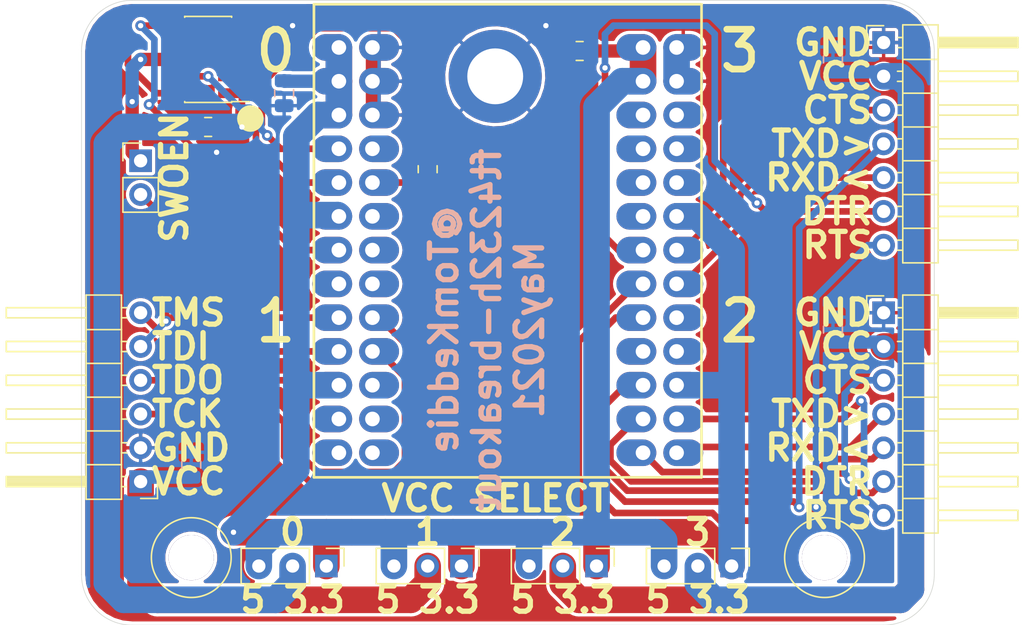
<source format=kicad_pcb>
(kicad_pcb (version 20171130) (host pcbnew 5.1.7-a382d34a8~88~ubuntu20.04.1)
  (title_block (date 2021-06-05) (rev Jun2021))
  (layers (0 F.Cu signal) (31 B.Cu signal) (34 B.Paste user) (35 F.Paste user) (36 B.SilkS user) (37 F.SilkS user) (38 B.Mask user) (39 F.Mask user) (44 Edge.Cuts user))
  (net 0 "")
  (net 1 +5V)
  (net 2 GND)
  (net 3 +3V3)
  (net 4 /VCC-C)
  (net 5 /VCC-B)
  (net 6 /VCC-A)
  (net 7 /VCC-D)
  (net 8 /RST-A)
  (net 9 /TDO-A)
  (net 10 /TCK-A)
  (net 11 /TDI-A)
  (net 12 /RTS-D)
  (net 13 /DTR-D)
  (net 14 /RXD-D)
  (net 15 /TXD-D)
  (net 16 /CTS-D)
  (net 17 /RTS-C)
  (net 18 /DTR-C)
  (net 19 /RXD-C)
  (net 20 /TXD-C)
  (net 21 /CTS-C)
  (net 22 /TMS-B)
  (net 23 /TDI-B)
  (net 24 /TDO-B)
  (net 25 /TCK-B)
  (net 26 "Net-(X1-Pad2-26)")
  (net 27 "Net-(X1-Pad3-19)")
  (net 28 "Net-(X1-Pad3-18)")
  (net 29 "Net-(X1-Pad2-24)")
  (net 30 "Net-(X1-Pad2-22)")
  (net 31 "Net-(X1-Pad3-20)")
  (net 32 "Net-(X1-Pad2-23)")
  (net 33 "Net-(X1-Pad3-11)")
  (net 34 "Net-(X1-Pad3-10)")
  (net 35 "Net-(X1-Pad2-14)")
  (net 36 "Net-(X1-Pad3-9)")
  (net 37 "Net-(X1-Pad2-16)")
  (net 38 /TMS-A)
  (net 39 "Net-(X1-Pad2-15)")
  (net 40 "Net-(X1-Pad3-8)")
  (net 41 "Net-(X1-Pad3-7)")
  (net 42 "Net-(X1-Pad3-6)")
  (net 43 "Net-(X1-Pad3-5)")
  (net 44 "Net-(X1-Pad2-8)")
  (net 45 /SWO)
  (net 46 "Net-(X1-Pad2-25)")
  (module tom-mechanical:STUD_SOLDER_SMTSO_M3 (layer B.Cu) (at 99.06 87.63)
    (fp_text reference TP1 hide)
    (fp_text value TestPoint)
    (pad 1 thru_hole circle (at 0 0) (size 7 7) (drill 4.2) (layers *.Cu *.Mask) (net 2 GND))
  )
  (module tom-passives:R_0805_2012Metric (layer F.Cu) (at 93.98 94.615 90)
    (fp_text reference R1 hide)
    (fp_text value 330R hide)
    (pad 2 smd roundrect (at 0.9375 0 90) (size 0.975 1.4) (layers F.Cu F.Paste F.Mask) (net 9 /TDO-A))
    (pad 1 smd roundrect (at -0.9375 0 90) (size 0.975 1.4) (layers F.Cu F.Paste F.Mask) (net 11 /TDI-A))
  )
  (module tom-connectors:PinHeader_1x02_P2.54mm_Vertical (layer F.Cu) (at 72.39 93.98)
    (fp_text reference J9 hide)
    (fp_text value Conn_01x02 hide)
    (pad 2 thru_hole oval (at 0 2.54) (size 1.7 1.7) (drill 1) (layers *.Cu *.Mask) (net 23 /TDI-B))
    (pad 1 thru_hole rect (at 0 0) (size 1.7 1.7) (drill 1) (layers *.Cu *.Mask) (net 45 /SWO))
  )
  (module tom-connectors:PinHeader_2x05_P1.27mm_Vertical_SMD (layer F.Cu) (at 77.47 86.36 180)
    (fp_text reference J5 hide)
    (fp_text value Conn_02x05_SWD hide)
    (pad 10 smd rect (at 1.95 2.54 180) (size 2.4 0.74) (layers F.Cu F.Paste F.Mask) (net 8 /RST-A))
    (pad 9 smd rect (at -1.95 2.54 180) (size 2.4 0.74) (layers F.Cu F.Paste F.Mask) (net 2 GND))
    (pad 8 smd rect (at 1.95 1.27 180) (size 2.4 0.74) (layers F.Cu F.Paste F.Mask))
    (pad 7 smd rect (at -1.95 1.27 180) (size 2.4 0.74) (layers F.Cu F.Paste F.Mask))
    (pad 6 smd rect (at 1.95 0 180) (size 2.4 0.74) (layers F.Cu F.Paste F.Mask) (net 45 /SWO))
    (pad 5 smd rect (at -1.95 0 180) (size 2.4 0.74) (layers F.Cu F.Paste F.Mask) (net 2 GND))
    (pad 4 smd rect (at 1.95 -1.27 180) (size 2.4 0.74) (layers F.Cu F.Paste F.Mask) (net 10 /TCK-A))
    (pad 3 smd rect (at -1.95 -1.27 180) (size 2.4 0.74) (layers F.Cu F.Paste F.Mask) (net 2 GND))
    (pad 2 smd rect (at 1.95 -2.54 180) (size 2.4 0.74) (layers F.Cu F.Paste F.Mask) (net 9 /TDO-A))
    (pad 1 smd rect (at -1.95 -2.54 180) (size 2.4 0.74) (layers F.Cu F.Paste F.Mask) (net 6 /VCC-A))
  )
  (module tom-modules:FT4232H-MODULE (layer F.Cu) (at 100 100 270)
    (fp_text reference X1 hide)
    (fp_text value FT4232H-MODULE hide)
    (pad 2-26 thru_hole oval (at 15.94 10.175 90) (size 2 3) (drill 1.1 (offset 0 0.5)) (layers *.Cu *.Mask) (net 26 "Net-(X1-Pad2-26)"))
    (pad 3-22 thru_hole oval (at 10.86 -12.7 90) (size 2 3) (drill 1.1 (offset 0 0.5)) (layers *.Cu *.Mask) (net 3 +3V3))
    (pad 2-20 thru_hole oval (at 8.32 10.175 90) (size 2 3) (drill 1.1 (offset 0 0.5)) (layers *.Cu *.Mask) (net 24 /TDO-B))
    (pad 3-26 thru_hole oval (at 15.94 -12.7 90) (size 2 3) (drill 1.1 (offset 0 0.5)) (layers *.Cu *.Mask) (net 20 /TXD-C))
    (pad 3-25 thru_hole oval (at 15.94 -10.175 270) (size 2 3) (drill 1.1 (offset 0 0.5)) (layers *.Cu *.Mask) (net 19 /RXD-C))
    (pad 3-21 thru_hole oval (at 10.86 -10.175 270) (size 2 3) (drill 1.1 (offset 0 0.5)) (layers *.Cu *.Mask) (net 18 /DTR-C))
    (pad 2-25 thru_hole oval (at 15.94 12.7 270) (size 2 3) (drill 1.1 (offset 0 0.5)) (layers *.Cu *.Mask) (net 46 "Net-(X1-Pad2-25)"))
    (pad 2-18 thru_hole oval (at 5.78 10.175 90) (size 2 3) (drill 1.1 (offset 0 0.5)) (layers *.Cu *.Mask) (net 25 /TCK-B))
    (pad 3-23 thru_hole oval (at 13.4 -10.175 270) (size 2 3) (drill 1.1 (offset 0 0.5)) (layers *.Cu *.Mask) (net 21 /CTS-C))
    (pad 3-19 thru_hole oval (at 8.32 -10.175 270) (size 2 3) (drill 1.1 (offset 0 0.5)) (layers *.Cu *.Mask) (net 27 "Net-(X1-Pad3-19)"))
    (pad 3-18 thru_hole oval (at 5.78 -12.7 90) (size 2 3) (drill 1.1 (offset 0 0.5)) (layers *.Cu *.Mask) (net 28 "Net-(X1-Pad3-18)"))
    (pad 3-17 thru_hole oval (at 5.78 -10.175 270) (size 2 3) (drill 1.1 (offset 0 0.5)) (layers *.Cu *.Mask) (net 15 /TXD-D))
    (pad 2-24 thru_hole oval (at 13.4 10.175 90) (size 2 3) (drill 1.1 (offset 0 0.5)) (layers *.Cu *.Mask) (net 29 "Net-(X1-Pad2-24)"))
    (pad 2-17 thru_hole oval (at 5.78 12.7 270) (size 2 3) (drill 1.1 (offset 0 0.5)) (layers *.Cu *.Mask) (net 23 /TDI-B))
    (pad 3-24 thru_hole oval (at 13.4 -12.7 90) (size 2 3) (drill 1.1 (offset 0 0.5)) (layers *.Cu *.Mask) (net 17 /RTS-C))
    (pad 2-22 thru_hole oval (at 10.86 10.175 90) (size 2 3) (drill 1.1 (offset 0 0.5)) (layers *.Cu *.Mask) (net 30 "Net-(X1-Pad2-22)"))
    (pad 2-19 thru_hole oval (at 8.32 12.7 270) (size 2 3) (drill 1.1 (offset 0 0.5)) (layers *.Cu *.Mask) (net 22 /TMS-B))
    (pad 2-21 thru_hole oval (at 10.86 12.7 270) (size 2 3) (drill 1.1 (offset 0 0.5)) (layers *.Cu *.Mask) (net 3 +3V3))
    (pad 3-20 thru_hole oval (at 8.32 -12.7 90) (size 2 3) (drill 1.1 (offset 0 0.5)) (layers *.Cu *.Mask) (net 31 "Net-(X1-Pad3-20)"))
    (pad 2-23 thru_hole oval (at 13.4 12.7 270) (size 2 3) (drill 1.1 (offset 0 0.5)) (layers *.Cu *.Mask) (net 32 "Net-(X1-Pad2-23)"))
    (pad 3-12 thru_hole oval (at -1.84 -12.7 90) (size 2 3) (drill 1.1 (offset 0 0.5)) (layers *.Cu *.Mask) (net 3 +3V3))
    (pad 3-11 thru_hole oval (at -1.84 -10.175 270) (size 2 3) (drill 1.1 (offset 0 0.5)) (layers *.Cu *.Mask) (net 33 "Net-(X1-Pad3-11)"))
    (pad 2-13 thru_hole oval (at 0.7 12.7 270) (size 2 3) (drill 1.1 (offset 0 0.5)) (layers *.Cu *.Mask) (net 8 /RST-A))
    (pad 3-10 thru_hole oval (at -4.38 -12.7 90) (size 2 3) (drill 1.1 (offset 0 0.5)) (layers *.Cu *.Mask) (net 34 "Net-(X1-Pad3-10)"))
    (pad 3-13 thru_hole oval (at 0.7 -10.175 270) (size 2 3) (drill 1.1 (offset 0 0.5)) (layers *.Cu *.Mask) (net 13 /DTR-D))
    (pad 2-14 thru_hole oval (at 0.7 10.175 90) (size 2 3) (drill 1.1 (offset 0 0.5)) (layers *.Cu *.Mask) (net 35 "Net-(X1-Pad2-14)"))
    (pad 2-9 thru_hole oval (at -4.38 12.7 270) (size 2 3) (drill 1.1 (offset 0 0.5)) (layers *.Cu *.Mask) (net 9 /TDO-A))
    (pad 3-9 thru_hole oval (at -4.38 -10.175 270) (size 2 3) (drill 1.1 (offset 0 0.5)) (layers *.Cu *.Mask) (net 36 "Net-(X1-Pad3-9)"))
    (pad 3-14 thru_hole oval (at 0.7 -12.7 90) (size 2 3) (drill 1.1 (offset 0 0.5)) (layers *.Cu *.Mask) (net 16 /CTS-D))
    (pad 2-10 thru_hole oval (at -4.38 10.175 90) (size 2 3) (drill 1.1 (offset 0 0.5)) (layers *.Cu *.Mask) (net 11 /TDI-A))
    (pad 2-16 thru_hole oval (at 3.24 10.175 90) (size 2 3) (drill 1.1 (offset 0 0.5)) (layers *.Cu *.Mask) (net 37 "Net-(X1-Pad2-16)"))
    (pad 3-16 thru_hole oval (at 3.24 -12.7 90) (size 2 3) (drill 1.1 (offset 0 0.5)) (layers *.Cu *.Mask) (net 14 /RXD-D))
    (pad 2-12 thru_hole oval (at -1.84 10.175 90) (size 2 3) (drill 1.1 (offset 0 0.5)) (layers *.Cu *.Mask) (net 38 /TMS-A))
    (pad 3-15 thru_hole oval (at 3.24 -10.175 270) (size 2 3) (drill 1.1 (offset 0 0.5)) (layers *.Cu *.Mask) (net 12 /RTS-D))
    (pad 2-15 thru_hole oval (at 3.24 12.7 270) (size 2 3) (drill 1.1 (offset 0 0.5)) (layers *.Cu *.Mask) (net 39 "Net-(X1-Pad2-15)"))
    (pad 2-11 thru_hole oval (at -1.84 12.7 270) (size 2 3) (drill 1.1 (offset 0 0.5)) (layers *.Cu *.Mask) (net 3 +3V3))
    (pad 3-8 thru_hole oval (at -6.92 -12.7 90) (size 2 3) (drill 1.1 (offset 0 0.5)) (layers *.Cu *.Mask) (net 40 "Net-(X1-Pad3-8)"))
    (pad 3-7 thru_hole oval (at -6.92 -10.175 270) (size 2 3) (drill 1.1 (offset 0 0.5)) (layers *.Cu *.Mask) (net 41 "Net-(X1-Pad3-7)"))
    (pad 3-6 thru_hole oval (at -9.46 -12.7 90) (size 2 3) (drill 1.1 (offset 0 0.5)) (layers *.Cu *.Mask) (net 42 "Net-(X1-Pad3-6)"))
    (pad 2-5 thru_hole oval (at -9.46 12.7 270) (size 2 3) (drill 1.1 (offset 0 0.5)) (layers *.Cu *.Mask) (net 3 +3V3))
    (pad 3-5 thru_hole oval (at -9.46 -10.175 270) (size 2 3) (drill 1.1 (offset 0 0.5)) (layers *.Cu *.Mask) (net 43 "Net-(X1-Pad3-5)"))
    (pad 2-6 thru_hole oval (at -9.46 10.175 90) (size 2 3) (drill 1.1 (offset 0 0.5)) (layers *.Cu *.Mask) (net 2 GND))
    (pad 2-8 thru_hole oval (at -6.92 10.175 90) (size 2 3) (drill 1.1 (offset 0 0.5)) (layers *.Cu *.Mask) (net 44 "Net-(X1-Pad2-8)"))
    (pad 2-7 thru_hole oval (at -6.92 12.7 270) (size 2 3) (drill 1.1 (offset 0 0.5)) (layers *.Cu *.Mask) (net 10 /TCK-A))
    (pad 3-4 thru_hole oval (at -12 -12.7 90) (size 2 3) (drill 1.1 (offset 0 0.5)) (layers *.Cu *.Mask) (net 2 GND))
    (pad 2-3 thru_hole oval (at -12 12.7 270) (size 2 3) (drill 1.1 (offset 0 0.5)) (layers *.Cu *.Mask) (net 3 +3V3))
    (pad 3-3 thru_hole oval (at -12 -10.175 270) (size 2 3) (drill 1.1 (offset 0 0.5)) (layers *.Cu *.Mask) (net 1 +5V))
    (pad 2-4 thru_hole oval (at -12 10.175 90) (size 2 3) (drill 1.1 (offset 0 0.5)) (layers *.Cu *.Mask) (net 2 GND))
    (pad 2-1 thru_hole oval (at -14.54 12.7 270) (size 2 3) (drill 1.1 (offset 0 0.5)) (layers *.Cu *.Mask) (net 3 +3V3))
    (pad 3-2 thru_hole oval (at -14.54 -12.7 90) (size 2 3) (drill 1.1 (offset 0 0.5)) (layers *.Cu *.Mask) (net 2 GND))
    (pad 2-2 thru_hole oval (at -14.54 10.175 90) (size 2 3) (drill 1.1 (offset 0 0.5)) (layers *.Cu *.Mask) (net 2 GND))
    (pad 3-1 thru_hole oval (at -14.54 -10.175 270) (size 2 3) (drill 1.1 (offset 0 0.5)) (layers *.Cu *.Mask) (net 1 +5V))
  )
  (module tom-connectors:PinHeader_1x06_P2.54mm_Horizontal (layer F.Cu) (at 72.39 118.11 180)
    (fp_text reference J8 hide)
    (fp_text value Conn_01x06 hide)
    (pad 6 thru_hole oval (at 0 12.7 180) (size 1.7 1.7) (drill 1) (layers *.Cu *.Mask) (net 22 /TMS-B))
    (pad 5 thru_hole oval (at 0 10.16 180) (size 1.7 1.7) (drill 1) (layers *.Cu *.Mask) (net 23 /TDI-B))
    (pad 4 thru_hole oval (at 0 7.62 180) (size 1.7 1.7) (drill 1) (layers *.Cu *.Mask) (net 24 /TDO-B))
    (pad 3 thru_hole oval (at 0 5.08 180) (size 1.7 1.7) (drill 1) (layers *.Cu *.Mask) (net 25 /TCK-B))
    (pad 2 thru_hole oval (at 0 2.54 180) (size 1.7 1.7) (drill 1) (layers *.Cu *.Mask) (net 2 GND))
    (pad 1 thru_hole rect (at 0 0 180) (size 1.7 1.7) (drill 1) (layers *.Cu *.Mask) (net 5 /VCC-B))
  )
  (module tom-connectors:PinHeader_1x07_P2.54mm_Horizontal (layer F.Cu) (at 128.27 105.41)
    (fp_text reference J7 hide)
    (fp_text value Conn_01x07 hide)
    (pad 7 thru_hole oval (at 0 15.24) (size 1.7 1.7) (drill 1) (layers *.Cu *.Mask) (net 17 /RTS-C))
    (pad 6 thru_hole oval (at 0 12.7) (size 1.7 1.7) (drill 1) (layers *.Cu *.Mask) (net 18 /DTR-C))
    (pad 5 thru_hole oval (at 0 10.16) (size 1.7 1.7) (drill 1) (layers *.Cu *.Mask) (net 19 /RXD-C))
    (pad 4 thru_hole oval (at 0 7.62) (size 1.7 1.7) (drill 1) (layers *.Cu *.Mask) (net 20 /TXD-C))
    (pad 3 thru_hole oval (at 0 5.08) (size 1.7 1.7) (drill 1) (layers *.Cu *.Mask) (net 21 /CTS-C))
    (pad 2 thru_hole oval (at 0 2.54) (size 1.7 1.7) (drill 1) (layers *.Cu *.Mask) (net 4 /VCC-C))
    (pad 1 thru_hole rect (at 0 0) (size 1.7 1.7) (drill 1) (layers *.Cu *.Mask) (net 2 GND))
  )
  (module tom-connectors:PinHeader_1x07_P2.54mm_Horizontal (layer F.Cu) (at 128.27 85.09)
    (fp_text reference J6 hide)
    (fp_text value Conn_01x07 hide)
    (pad 7 thru_hole oval (at 0 15.24) (size 1.7 1.7) (drill 1) (layers *.Cu *.Mask) (net 12 /RTS-D))
    (pad 6 thru_hole oval (at 0 12.7) (size 1.7 1.7) (drill 1) (layers *.Cu *.Mask) (net 13 /DTR-D))
    (pad 5 thru_hole oval (at 0 10.16) (size 1.7 1.7) (drill 1) (layers *.Cu *.Mask) (net 14 /RXD-D))
    (pad 4 thru_hole oval (at 0 7.62) (size 1.7 1.7) (drill 1) (layers *.Cu *.Mask) (net 15 /TXD-D))
    (pad 3 thru_hole oval (at 0 5.08) (size 1.7 1.7) (drill 1) (layers *.Cu *.Mask) (net 16 /CTS-D))
    (pad 2 thru_hole oval (at 0 2.54) (size 1.7 1.7) (drill 1) (layers *.Cu *.Mask) (net 7 /VCC-D))
    (pad 1 thru_hole rect (at 0 0) (size 1.7 1.7) (drill 1) (layers *.Cu *.Mask) (net 2 GND))
  )
  (module tom-connectors:PinHeader_1x03_P2.54mm_Vertical (layer F.Cu) (at 86.36 124.46 270)
    (fp_text reference J4 hide)
    (fp_text value Conn_01x03 hide)
    (pad 3 thru_hole oval (at 0 5.08 270) (size 1.7 1.7) (drill 1) (layers *.Cu *.Mask) (net 1 +5V))
    (pad 2 thru_hole oval (at 0 2.54 270) (size 1.7 1.7) (drill 1) (layers *.Cu *.Mask) (net 6 /VCC-A))
    (pad 1 thru_hole rect (at 0 0 270) (size 1.7 1.7) (drill 1) (layers *.Cu *.Mask) (net 3 +3V3))
  )
  (module tom-connectors:PinHeader_1x03_P2.54mm_Vertical (layer F.Cu) (at 96.52 124.46 270)
    (fp_text reference J3 hide)
    (fp_text value Conn_01x03 hide)
    (pad 3 thru_hole oval (at 0 5.08 270) (size 1.7 1.7) (drill 1) (layers *.Cu *.Mask) (net 1 +5V))
    (pad 2 thru_hole oval (at 0 2.54 270) (size 1.7 1.7) (drill 1) (layers *.Cu *.Mask) (net 5 /VCC-B))
    (pad 1 thru_hole rect (at 0 0 270) (size 1.7 1.7) (drill 1) (layers *.Cu *.Mask) (net 3 +3V3))
  )
  (module tom-connectors:PinHeader_1x03_P2.54mm_Vertical (layer F.Cu) (at 106.68 124.46 270)
    (fp_text reference J2 hide)
    (fp_text value Conn_01x03 hide)
    (pad 3 thru_hole oval (at 0 5.08 270) (size 1.7 1.7) (drill 1) (layers *.Cu *.Mask) (net 1 +5V))
    (pad 2 thru_hole oval (at 0 2.54 270) (size 1.7 1.7) (drill 1) (layers *.Cu *.Mask) (net 4 /VCC-C))
    (pad 1 thru_hole rect (at 0 0 270) (size 1.7 1.7) (drill 1) (layers *.Cu *.Mask) (net 3 +3V3))
  )
  (module tom-connectors:PinHeader_1x03_P2.54mm_Vertical (layer F.Cu) (at 116.84 124.46 270)
    (fp_text reference J1 hide)
    (fp_text value Conn_01x03 hide)
    (pad 3 thru_hole oval (at 0 5.08 270) (size 1.7 1.7) (drill 1) (layers *.Cu *.Mask) (net 1 +5V))
    (pad 2 thru_hole oval (at 0 2.54 270) (size 1.7 1.7) (drill 1) (layers *.Cu *.Mask) (net 7 /VCC-D))
    (pad 1 thru_hole rect (at 0 0 270) (size 1.7 1.7) (drill 1) (layers *.Cu *.Mask) (net 3 +3V3))
  )
  (module tom-passives:C_0805_2012Metric (layer B.Cu) (at 124.46 86.36 90)
    (fp_text reference C6 hide)
    (fp_text value 10uF/10V hide)
    (pad 2 smd roundrect (at 0.9375 0 90) (size 0.975 1.4) (layers B.Cu B.Paste B.Mask) (net 2 GND))
    (pad 1 smd roundrect (at -0.9375 0 90) (size 0.975 1.4) (layers B.Cu B.Paste B.Mask) (net 7 /VCC-D))
  )
  (module tom-passives:C_0805_2012Metric (layer F.Cu) (at 77.47 91.44 180)
    (fp_text reference C5 hide)
    (fp_text value 10uF/10V hide)
    (pad 2 smd roundrect (at 0.9375 0 180) (size 0.975 1.4) (layers F.Cu F.Paste F.Mask) (net 2 GND))
    (pad 1 smd roundrect (at -0.9375 0 180) (size 0.975 1.4) (layers F.Cu F.Paste F.Mask) (net 6 /VCC-A))
  )
  (module tom-passives:C_0805_2012Metric (layer B.Cu) (at 76.2 116.84 90)
    (fp_text reference C4 hide)
    (fp_text value 10uF/10V hide)
    (pad 2 smd roundrect (at 0.9375 0 90) (size 0.975 1.4) (layers B.Cu B.Paste B.Mask) (net 2 GND))
    (pad 1 smd roundrect (at -0.9375 0 90) (size 0.975 1.4) (layers B.Cu B.Paste B.Mask) (net 5 /VCC-B))
  )
  (module tom-passives:C_0805_2012Metric (layer B.Cu) (at 124.46 106.68 90)
    (fp_text reference C3 hide)
    (fp_text value 10uF/10V hide)
    (pad 2 smd roundrect (at 0.9375 0 90) (size 0.975 1.4) (layers B.Cu B.Paste B.Mask) (net 2 GND))
    (pad 1 smd roundrect (at -0.9375 0 90) (size 0.975 1.4) (layers B.Cu B.Paste B.Mask) (net 4 /VCC-C))
  )
  (module tom-passives:C_0805_2012Metric (layer B.Cu) (at 83.185 88.9 270)
    (fp_text reference C2 hide)
    (fp_text value 10uF/10V hide)
    (pad 2 smd roundrect (at 0.9375 0 270) (size 0.975 1.4) (layers B.Cu B.Paste B.Mask) (net 2 GND))
    (pad 1 smd roundrect (at -0.9375 0 270) (size 0.975 1.4) (layers B.Cu B.Paste B.Mask) (net 3 +3V3))
  )
  (module tom-passives:C_0805_2012Metric (layer F.Cu) (at 105.41 85.725)
    (fp_text reference C1 hide)
    (fp_text value 10uF/10V hide)
    (pad 2 smd roundrect (at 0.9375 0) (size 0.975 1.4) (layers F.Cu F.Paste F.Mask) (net 1 +5V))
    (pad 1 smd roundrect (at -0.9375 0) (size 0.975 1.4) (layers F.Cu F.Paste F.Mask) (net 2 GND))
  )
  (gr_text "VCC SELECT" (at 99.06 119.38) (layer F.SilkS) (effects (font (size 1.9 1.9) (thickness 0.4))))
  (gr_text "@TomKeddie\nft4232h-breakout\nMay2021" (at 98.425 106.68 90) (layer B.SilkS) (effects (font (size 2 2) (thickness 0.4)) (justify mirror)))
  (gr_text SWOEN (at 74.93 95.25 90) (layer F.SilkS) (effects (font (size 1.9 1.9) (thickness 0.4))))
  (gr_circle (center 80.645 90.805) (end 81.145 90.805) (layer F.SilkS) (width 1))
  (gr_text 0 (at 82.55 85.725) (layer F.SilkS) (effects (font (size 3 3) (thickness 0.5))))
  (gr_text 1 (at 82.55 106.045) (layer F.SilkS) (effects (font (size 3 3) (thickness 0.5))))
  (gr_text VCC (at 73.025 118.11) (layer F.SilkS) (effects (font (size 1.9 1.9) (thickness 0.4)) (justify left)))
  (gr_text GND (at 73.025 115.57) (layer F.SilkS) (effects (font (size 1.9 1.9) (thickness 0.4)) (justify left)))
  (gr_text TCK (at 73.025 113.03) (layer F.SilkS) (effects (font (size 1.9 1.9) (thickness 0.4)) (justify left)))
  (gr_text TDO (at 73.025 110.49) (layer F.SilkS) (effects (font (size 1.9 1.9) (thickness 0.4)) (justify left)))
  (gr_text TDI (at 73.025 107.95) (layer F.SilkS) (effects (font (size 1.9 1.9) (thickness 0.4)) (justify left)))
  (gr_text TMS (at 73.025 105.41) (layer F.SilkS) (effects (font (size 1.9 1.9) (thickness 0.4)) (justify left)))
  (gr_text 2 (at 117.475 106.045) (layer F.SilkS) (effects (font (size 3 3) (thickness 0.5))))
  (gr_text 3 (at 117.475 85.725) (layer F.SilkS) (effects (font (size 3 3) (thickness 0.5))))
  (gr_text 3 (at 114.3 121.92) (layer F.SilkS) (effects (font (size 1.9 1.9) (thickness 0.4))))
  (gr_text 2 (at 104.14 121.92) (layer F.SilkS) (effects (font (size 1.9 1.9) (thickness 0.4))))
  (gr_text 1 (at 93.98 121.92) (layer F.SilkS) (effects (font (size 1.9 1.9) (thickness 0.4))))
  (gr_text 0 (at 83.82 121.92) (layer F.SilkS) (effects (font (size 1.9 1.9) (thickness 0.4))))
  (gr_text "5 3.3" (at 114.3 127) (layer F.SilkS) (effects (font (size 1.9 1.9) (thickness 0.4))))
  (gr_text "5 3.3" (at 104.14 127) (layer F.SilkS) (effects (font (size 1.9 1.9) (thickness 0.4))))
  (gr_text "5 3.3" (at 93.98 127) (layer F.SilkS) (effects (font (size 1.9 1.9) (thickness 0.4))))
  (gr_text "5 3.3" (at 83.82 127) (layer F.SilkS) (effects (font (size 1.9 1.9) (thickness 0.4))))
  (gr_text VCC (at 127.635 107.95) (layer F.SilkS) (effects (font (size 1.9 1.9) (thickness 0.4)) (justify right)))
  (gr_text RTS (at 127.635 120.65) (layer F.SilkS) (effects (font (size 1.9 1.9) (thickness 0.4)) (justify right)))
  (gr_text RXD< (at 127.635 115.57) (layer F.SilkS) (effects (font (size 1.9 1.9) (thickness 0.4)) (justify right)))
  (gr_text CTS (at 127.635 110.49) (layer F.SilkS) (effects (font (size 1.9 1.9) (thickness 0.4)) (justify right)))
  (gr_text GND (at 127.635 105.41) (layer F.SilkS) (effects (font (size 1.9 1.9) (thickness 0.4)) (justify right)))
  (gr_text TXD> (at 127.635 113.03) (layer F.SilkS) (effects (font (size 1.9 1.9) (thickness 0.4)) (justify right)))
  (gr_text DTR (at 127.635 118.11) (layer F.SilkS) (effects (font (size 1.9 1.9) (thickness 0.4)) (justify right)))
  (gr_text GND (at 127.635 85.09) (layer F.SilkS) (effects (font (size 1.9 1.9) (thickness 0.4)) (justify right)))
  (gr_text VCC (at 127.635 87.63) (layer F.SilkS) (effects (font (size 1.9 1.9) (thickness 0.4)) (justify right)))
  (gr_text RTS (at 127.635 100.33) (layer F.SilkS) (effects (font (size 1.9 1.9) (thickness 0.4)) (justify right)))
  (gr_text DTR (at 127.635 97.79) (layer F.SilkS) (effects (font (size 1.9 1.9) (thickness 0.4)) (justify right)))
  (gr_text RXD< (at 127.635 95.25) (layer F.SilkS) (effects (font (size 1.9 1.9) (thickness 0.4)) (justify right)))
  (gr_text TXD> (at 127.635 92.71) (layer F.SilkS) (effects (font (size 1.9 1.9) (thickness 0.4)) (justify right)))
  (gr_text CTS (at 127.635 90.17) (layer F.SilkS) (effects (font (size 1.9 1.9) (thickness 0.4)) (justify right)))
  (gr_circle (center 123.825 123.825) (end 126.825 123.825) (layer F.SilkS) (width 0.12))
  (gr_circle (center 76.2 123.825) (end 79.2 123.825) (layer F.SilkS) (width 0.12))
  (gr_line (start 128.27 81.915) (end 71.755 81.915) (layer Edge.Cuts) (width 0.05))
  (gr_line (start 132.08 125.095) (end 132.08 85.725) (layer Edge.Cuts) (width 0.05))
  (gr_line (start 71.755 128.905) (end 128.27 128.905) (layer Edge.Cuts) (width 0.05))
  (gr_line (start 67.945 85.725) (end 67.945 125.095) (layer Edge.Cuts) (width 0.05))
  (gr_arc (start 71.755 125.095) (end 67.945 125.095) (angle -90) (layer Edge.Cuts) (width 0.05))
  (gr_arc (start 71.755 85.725) (end 71.755 81.915) (angle -90) (layer Edge.Cuts) (width 0.05))
  (gr_arc (start 128.27 85.725) (end 132.08 85.725) (angle -90) (layer Edge.Cuts) (width 0.05))
  (gr_arc (start 128.27 125.095) (end 128.27 128.905) (angle -90) (layer Edge.Cuts) (width 0.05))
  (via (at 76.2 123.825) (size 3.4) (drill 3.399999) (layers F.Cu B.Cu) (net 0))
  (via (at 123.825 123.825) (size 3.4) (drill 3.39999) (layers F.Cu B.Cu) (net 0))
  (segment (start 110.175 85.46) (end 110.175 88) (width 2) (layer F.Cu) (net 1))
  (segment (start 108.603717 88) (end 106.68 89.923717) (width 2) (layer B.Cu) (net 1))
  (segment (start 110.175 88) (end 108.603717 88) (width 2) (layer B.Cu) (net 1))
  (segment (start 106.68 89.923717) (end 106.68 118.11) (width 2) (layer B.Cu) (net 1))
  (segment (start 106.68 118.11) (end 106.71001 118.14001) (width 2) (layer B.Cu) (net 1))
  (segment (start 109.91 85.725) (end 110.175 85.46) (width 1) (layer F.Cu) (net 1))
  (segment (start 106.3475 85.725) (end 109.91 85.725) (width 1) (layer F.Cu) (net 1))
  (segment (start 111.76 122.555) (end 111.76 124.46) (width 2) (layer B.Cu) (net 1))
  (segment (start 111.125 121.92) (end 111.76 122.555) (width 2) (layer B.Cu) (net 1))
  (segment (start 106.68 121.285) (end 106.045 121.92) (width 2) (layer B.Cu) (net 1))
  (segment (start 106.68 118.11) (end 106.68 121.285) (width 2) (layer B.Cu) (net 1))
  (segment (start 106.045 121.92) (end 111.125 121.92) (width 2) (layer B.Cu) (net 1))
  (segment (start 101.6 122.555) (end 102.235 121.92) (width 2) (layer B.Cu) (net 1))
  (segment (start 101.6 124.46) (end 101.6 122.555) (width 2) (layer B.Cu) (net 1))
  (segment (start 102.235 121.92) (end 106.045 121.92) (width 2) (layer B.Cu) (net 1))
  (segment (start 91.44 122.555) (end 90.805 121.92) (width 2) (layer B.Cu) (net 1))
  (segment (start 91.44 124.46) (end 91.44 122.555) (width 2) (layer B.Cu) (net 1))
  (segment (start 90.805 121.92) (end 102.235 121.92) (width 2) (layer B.Cu) (net 1))
  (segment (start 81.28 124.46) (end 81.28 123.126284) (width 2) (layer B.Cu) (net 1))
  (segment (start 81.28 123.126284) (end 82.486284 121.92) (width 2) (layer B.Cu) (net 1))
  (segment (start 82.486284 121.92) (end 90.805 121.92) (width 2) (layer B.Cu) (net 1))
  (via (at 83.82 83.82) (size 0.8) (drill 0.4) (layers F.Cu B.Cu) (net 2))
  (via (at 78.105 93.345) (size 0.8) (drill 0.4) (layers F.Cu B.Cu) (net 2))
  (segment (start 112.7 88) (end 112.7 85.46) (width 2) (layer B.Cu) (net 2))
  (segment (start 127.9 85.46) (end 128.27 85.09) (width 0.25) (layer F.Cu) (net 2))
  (segment (start 112.7 85.46) (end 127.9 85.46) (width 0.25) (layer F.Cu) (net 2))
  (segment (start 89.825 85.46) (end 89.825 88) (width 1) (layer F.Cu) (net 2))
  (segment (start 89.825 88) (end 89.825 90.54) (width 1) (layer F.Cu) (net 2))
  (segment (start 89.825 88) (end 92.445 88) (width 0.25) (layer F.Cu) (net 2))
  (segment (start 92.445 88) (end 92.71 88.265) (width 0.25) (layer F.Cu) (net 2))
  (via (at 102.87 83.82) (size 0.8) (drill 0.4) (layers F.Cu B.Cu) (net 2))
  (segment (start 102.87 83.82) (end 99.615001 87.074999) (width 0.25) (layer B.Cu) (net 2))
  (segment (start 87.3 85.46) (end 87.3 88) (width 2) (layer F.Cu) (net 3))
  (segment (start 87.3 88) (end 87.3 90.54) (width 2) (layer F.Cu) (net 3))
  (segment (start 84.09999 92.168727) (end 84.09999 96.531273) (width 2) (layer B.Cu) (net 3))
  (segment (start 85.728717 90.54) (end 84.09999 92.168727) (width 2) (layer B.Cu) (net 3))
  (segment (start 87.3 90.54) (end 85.728717 90.54) (width 2) (layer B.Cu) (net 3))
  (segment (start 87.3 85.46) (end 87.3 90.54) (width 2) (layer B.Cu) (net 3))
  (segment (start 116.84 120.65) (end 116.84 124.46) (width 2) (layer B.Cu) (net 3))
  (segment (start 114.271283 98.16) (end 116.84 100.728717) (width 2) (layer B.Cu) (net 3))
  (segment (start 112.7 98.16) (end 114.271283 98.16) (width 2) (layer B.Cu) (net 3))
  (segment (start 116.47 110.86) (end 116.84 110.49) (width 2) (layer B.Cu) (net 3))
  (segment (start 112.7 110.86) (end 116.47 110.86) (width 2) (layer B.Cu) (net 3))
  (segment (start 116.84 110.49) (end 116.84 120.65) (width 2) (layer B.Cu) (net 3))
  (segment (start 116.84 100.728717) (end 116.84 110.49) (width 2) (layer B.Cu) (net 3))
  (segment (start 86.36 121.92) (end 86.36 124.46) (width 2) (layer F.Cu) (net 3))
  (segment (start 88.265 121.92) (end 86.36 121.92) (width 2) (layer F.Cu) (net 3))
  (segment (start 116.84 124.46) (end 116.84 123.965998) (width 2) (layer F.Cu) (net 3))
  (segment (start 116.84 123.965998) (end 114.794002 121.92) (width 2) (layer F.Cu) (net 3))
  (segment (start 96.52 122.555) (end 95.885 121.92) (width 2) (layer F.Cu) (net 3))
  (segment (start 95.885 121.92) (end 88.265 121.92) (width 2) (layer F.Cu) (net 3))
  (segment (start 96.52 124.46) (end 96.52 122.555) (width 2) (layer F.Cu) (net 3))
  (segment (start 106.68 124.46) (end 106.68 121.92) (width 2) (layer F.Cu) (net 3))
  (segment (start 106.68 121.92) (end 95.885 121.92) (width 2) (layer F.Cu) (net 3))
  (segment (start 114.794002 121.92) (end 106.68 121.92) (width 2) (layer F.Cu) (net 3))
  (via (at 79.375 121.92) (size 0.8) (drill 0.4) (layers F.Cu B.Cu) (net 3))
  (segment (start 86.36 121.92) (end 79.375 121.92) (width 2) (layer F.Cu) (net 3))
  (segment (start 84.09999 117.19501) (end 84.09999 110.21001) (width 2) (layer B.Cu) (net 3))
  (segment (start 79.375 121.92) (end 84.09999 117.19501) (width 2) (layer B.Cu) (net 3))
  (segment (start 84.74998 110.86) (end 84.09999 110.21001) (width 2) (layer B.Cu) (net 3))
  (segment (start 87.3 110.86) (end 84.74998 110.86) (width 2) (layer B.Cu) (net 3))
  (segment (start 87.20999 98.06999) (end 87.3 98.16) (width 2) (layer B.Cu) (net 3))
  (segment (start 84.09999 98.06999) (end 87.20999 98.06999) (width 2) (layer B.Cu) (net 3))
  (segment (start 84.09999 110.21001) (end 84.09999 98.06999) (width 2) (layer B.Cu) (net 3))
  (segment (start 84.09999 98.06999) (end 84.09999 96.531273) (width 2) (layer B.Cu) (net 3))
  (segment (start 83.2225 88) (end 83.185 87.9625) (width 1) (layer B.Cu) (net 3))
  (segment (start 87.3 88) (end 83.2225 88) (width 1) (layer B.Cu) (net 3))
  (segment (start 104.14 125.780002) (end 105.359998 127) (width 2) (layer F.Cu) (net 4))
  (segment (start 104.14 124.46) (end 104.14 125.780002) (width 2) (layer F.Cu) (net 4))
  (segment (start 105.359998 127) (end 129.54 127) (width 2) (layer F.Cu) (net 4))
  (segment (start 130.320001 108.79792) (end 129.472081 107.95) (width 2) (layer F.Cu) (net 4))
  (segment (start 129.472081 107.95) (end 128.27 107.95) (width 2) (layer F.Cu) (net 4))
  (segment (start 130.320001 126.219999) (end 130.320001 108.79792) (width 2) (layer F.Cu) (net 4))
  (segment (start 129.54 127) (end 130.320001 126.219999) (width 2) (layer F.Cu) (net 4))
  (segment (start 127.9375 107.6175) (end 128.27 107.95) (width 1) (layer B.Cu) (net 4))
  (segment (start 124.46 107.6175) (end 127.9375 107.6175) (width 1) (layer B.Cu) (net 4))
  (segment (start 93.98 124.46) (end 93.98 125.73) (width 2) (layer F.Cu) (net 5))
  (segment (start 93.98 125.73) (end 92.71 127) (width 2) (layer F.Cu) (net 5))
  (segment (start 92.71 127) (end 73.66 127) (width 2) (layer F.Cu) (net 5))
  (segment (start 72.39 125.73) (end 72.39 118.11) (width 2) (layer F.Cu) (net 5))
  (segment (start 73.66 127) (end 72.39 125.73) (width 2) (layer F.Cu) (net 5))
  (segment (start 76.2 117.7775) (end 72.7225 117.7775) (width 1) (layer B.Cu) (net 5))
  (segment (start 72.7225 117.7775) (end 72.39 118.11) (width 1) (layer B.Cu) (net 5))
  (segment (start 83.82 124.46) (end 83.82 125.73) (width 2) (layer B.Cu) (net 6))
  (segment (start 83.82 125.73) (end 82.55 127) (width 2) (layer B.Cu) (net 6))
  (segment (start 82.55 127) (end 71.12 127) (width 2) (layer B.Cu) (net 6))
  (segment (start 71.12 127) (end 69.85 125.73) (width 2) (layer B.Cu) (net 6))
  (segment (start 69.85 125.73) (end 69.85 92.71) (width 2) (layer B.Cu) (net 6))
  (segment (start 69.85 92.71) (end 71.12 91.44) (width 2) (layer B.Cu) (net 6))
  (segment (start 71.12 91.44) (end 80.01 91.44) (width 2) (layer B.Cu) (net 6))
  (via (at 80.01 91.44) (size 0.8) (drill 0.4) (layers F.Cu B.Cu) (net 6))
  (segment (start 80.01 91.44) (end 78.4075 91.44) (width 1) (layer F.Cu) (net 6))
  (segment (start 80.01 91.44) (end 80.01 90.17) (width 1) (layer F.Cu) (net 6))
  (segment (start 80.01 90.17) (end 80.01 88.9) (width 0.5) (layer F.Cu) (net 6))
  (segment (start 114.3 125.780002) (end 115.519998 127) (width 2) (layer B.Cu) (net 7))
  (segment (start 114.3 124.46) (end 114.3 125.780002) (width 2) (layer B.Cu) (net 7))
  (segment (start 115.519998 127) (end 129.54 127) (width 2) (layer B.Cu) (net 7))
  (segment (start 129.472081 87.63) (end 128.27 87.63) (width 2) (layer B.Cu) (net 7))
  (segment (start 130.320001 88.47792) (end 129.472081 87.63) (width 2) (layer B.Cu) (net 7))
  (segment (start 130.320001 126.219999) (end 130.320001 88.47792) (width 2) (layer B.Cu) (net 7))
  (segment (start 129.54 127) (end 130.320001 126.219999) (width 2) (layer B.Cu) (net 7))
  (segment (start 127.9375 87.2975) (end 128.27 87.63) (width 1) (layer B.Cu) (net 7))
  (segment (start 124.46 87.2975) (end 127.9375 87.2975) (width 1) (layer B.Cu) (net 7))
  (via (at 72.39 83.82) (size 0.8) (drill 0.4) (layers F.Cu B.Cu) (net 8))
  (segment (start 75.52 83.82) (end 72.39 83.82) (width 0.5) (layer F.Cu) (net 8))
  (segment (start 72.39 83.82) (end 73.424999 84.854999) (width 0.5) (layer B.Cu) (net 8))
  (via (at 73.025 89.75001) (size 0.8) (drill 0.4) (layers F.Cu B.Cu) (net 8))
  (segment (start 73.424999 89.350011) (end 73.025 89.75001) (width 0.5) (layer B.Cu) (net 8))
  (segment (start 87.3 100.7) (end 83.97499 100.7) (width 0.5) (layer F.Cu) (net 8))
  (segment (start 73.424999 84.854999) (end 73.424999 89.350011) (width 0.5) (layer B.Cu) (net 8))
  (segment (start 83.97499 100.7) (end 73.424999 90.150009) (width 0.5) (layer F.Cu) (net 8))
  (segment (start 73.424999 90.150009) (end 73.025 89.75001) (width 0.5) (layer F.Cu) (net 8))
  (segment (start 91.425613 84.00999) (end 85.699387 84.00999) (width 0.5) (layer F.Cu) (net 9))
  (segment (start 93.98 86.564377) (end 91.425613 84.00999) (width 0.5) (layer F.Cu) (net 9))
  (segment (start 93.98 93.6775) (end 93.98 86.564377) (width 0.5) (layer F.Cu) (net 9))
  (segment (start 72.39 82.55) (end 84.239397 82.55) (width 0.5) (layer F.Cu) (net 9))
  (segment (start 71.755 83.185) (end 72.39 82.55) (width 0.5) (layer F.Cu) (net 9))
  (segment (start 71.755 83.196998) (end 71.755 83.185) (width 0.5) (layer F.Cu) (net 9))
  (segment (start 84.239397 82.55) (end 85.699387 84.00999) (width 0.5) (layer F.Cu) (net 9))
  (segment (start 71.43999 83.512008) (end 71.755 83.196998) (width 0.5) (layer F.Cu) (net 9))
  (segment (start 71.43999 86.753507) (end 71.43999 83.512008) (width 0.5) (layer F.Cu) (net 9))
  (segment (start 73.586483 88.9) (end 71.43999 86.753507) (width 0.5) (layer F.Cu) (net 9))
  (segment (start 75.52 88.9) (end 73.586483 88.9) (width 0.5) (layer F.Cu) (net 9))
  (segment (start 85.699387 84.00999) (end 81.506998 88.202379) (width 0.5) (layer F.Cu) (net 9))
  (segment (start 81.506998 88.202379) (end 81.506998 91.224998) (width 0.5) (layer F.Cu) (net 9))
  (segment (start 81.506998 91.224998) (end 81.064998 91.666998) (width 0.5) (layer F.Cu) (net 9))
  (segment (start 81.064998 91.666998) (end 81.064998 92.483002) (width 0.5) (layer F.Cu) (net 9))
  (segment (start 81.064998 92.483002) (end 84.201996 95.62) (width 0.5) (layer F.Cu) (net 9))
  (segment (start 84.201996 95.62) (end 87.3 95.62) (width 0.5) (layer F.Cu) (net 9))
  (via (at 81.915 92.075) (size 0.8) (drill 0.4) (layers F.Cu B.Cu) (net 10))
  (segment (start 87.3 93.08) (end 82.92 93.08) (width 0.5) (layer F.Cu) (net 10))
  (segment (start 82.92 93.08) (end 81.915 92.075) (width 0.5) (layer F.Cu) (net 10))
  (segment (start 79.82999 89.98999) (end 77.47 87.63) (width 0.5) (layer B.Cu) (net 10))
  (segment (start 80.610613 89.98999) (end 79.82999 89.98999) (width 0.5) (layer B.Cu) (net 10))
  (segment (start 81.46001 91.62001) (end 81.46001 90.839387) (width 0.5) (layer B.Cu) (net 10))
  (segment (start 81.46001 90.839387) (end 80.610613 89.98999) (width 0.5) (layer B.Cu) (net 10))
  (segment (start 81.915 92.075) (end 81.46001 91.62001) (width 0.5) (layer B.Cu) (net 10))
  (via (at 77.47 87.63) (size 0.8) (drill 0.4) (layers F.Cu B.Cu) (net 10))
  (segment (start 75.52 87.63) (end 77.47 87.63) (width 0.5) (layer F.Cu) (net 10))
  (segment (start 93.9125 95.62) (end 93.98 95.5525) (width 0.5) (layer F.Cu) (net 11))
  (segment (start 89.825 95.62) (end 93.9125 95.62) (width 0.5) (layer F.Cu) (net 11))
  (segment (start 127.067919 100.33) (end 123.19 104.207919) (width 0.5) (layer B.Cu) (net 12))
  (segment (start 128.27 100.33) (end 127.067919 100.33) (width 0.5) (layer B.Cu) (net 12))
  (segment (start 123.19 104.207919) (end 123.19 120.015) (width 0.5) (layer B.Cu) (net 12))
  (segment (start 110.175 103.24) (end 109.664377 103.24) (width 0.5) (layer F.Cu) (net 12))
  (segment (start 105.34499 117.764954) (end 108.050024 120.469989) (width 0.5) (layer F.Cu) (net 12))
  (segment (start 115.394616 120.469989) (end 115.974626 121.049999) (width 0.5) (layer F.Cu) (net 12))
  (segment (start 109.664377 103.24) (end 105.34499 107.559387) (width 0.5) (layer F.Cu) (net 12))
  (segment (start 108.050024 120.469989) (end 115.394616 120.469989) (width 0.5) (layer F.Cu) (net 12))
  (segment (start 105.34499 107.559387) (end 105.34499 117.764954) (width 0.5) (layer F.Cu) (net 12))
  (segment (start 123.19 120.015) (end 123.19 120.015) (width 0.5) (layer B.Cu) (net 12))
  (via (at 123.19 120.015) (size 0.8) (drill 0.4) (layers F.Cu B.Cu) (net 12))
  (segment (start 122.155001 121.049999) (end 123.19 120.015) (width 0.5) (layer F.Cu) (net 12))
  (segment (start 121.520001 121.049999) (end 122.155001 121.049999) (width 0.5) (layer F.Cu) (net 12))
  (segment (start 115.974626 121.049999) (end 121.520001 121.049999) (width 0.5) (layer F.Cu) (net 12))
  (via (at 118.745 97.155) (size 0.8) (drill 0.4) (layers F.Cu B.Cu) (net 13))
  (segment (start 119.38 97.79) (end 118.745 97.155) (width 0.5) (layer F.Cu) (net 13))
  (segment (start 128.27 97.79) (end 119.38 97.79) (width 0.5) (layer F.Cu) (net 13))
  (segment (start 118.745 97.155) (end 115.57 93.98) (width 0.5) (layer B.Cu) (net 13))
  (segment (start 115.57 93.98) (end 115.57 84.455) (width 0.5) (layer B.Cu) (net 13))
  (segment (start 115.57 84.455) (end 114.935 83.82) (width 0.5) (layer B.Cu) (net 13))
  (segment (start 114.935 83.82) (end 107.95 83.82) (width 0.5) (layer B.Cu) (net 13))
  (segment (start 107.95 83.82) (end 107.315 84.455) (width 0.5) (layer B.Cu) (net 13))
  (via (at 107.315 86.995) (size 0.8) (drill 0.4) (layers F.Cu B.Cu) (net 13))
  (segment (start 107.315 84.455) (end 107.315 86.995) (width 0.5) (layer B.Cu) (net 13))
  (segment (start 108.32 100.7) (end 110.175 100.7) (width 0.5) (layer F.Cu) (net 13))
  (segment (start 107.315 99.695) (end 108.32 100.7) (width 0.5) (layer F.Cu) (net 13))
  (segment (start 107.315 86.995) (end 107.315 99.695) (width 0.5) (layer F.Cu) (net 13))
  (segment (start 113.210623 103.24) (end 117.475 98.975623) (width 0.5) (layer F.Cu) (net 14))
  (segment (start 112.7 103.24) (end 113.210623 103.24) (width 0.5) (layer F.Cu) (net 14))
  (segment (start 117.475 98.975623) (end 117.475 96.52) (width 0.5) (layer F.Cu) (net 14))
  (segment (start 118.745 95.25) (end 128.27 95.25) (width 0.5) (layer F.Cu) (net 14))
  (segment (start 117.475 96.52) (end 118.745 95.25) (width 0.5) (layer F.Cu) (net 14))
  (segment (start 128.27 92.71) (end 122.489989 98.490011) (width 0.5) (layer B.Cu) (net 15))
  (segment (start 122.489989 98.490011) (end 121.92 99.06) (width 0.5) (layer B.Cu) (net 15))
  (via (at 121.92 120.015) (size 0.8) (drill 0.4) (layers F.Cu B.Cu) (net 15))
  (segment (start 121.92 99.06) (end 121.92 120.015) (width 0.5) (layer B.Cu) (net 15))
  (segment (start 106.324969 117.120521) (end 106.324969 107.569372) (width 0.5) (layer F.Cu) (net 15))
  (segment (start 108.819449 119.615001) (end 106.324969 117.120521) (width 0.5) (layer F.Cu) (net 15))
  (segment (start 121.520001 119.615001) (end 108.819449 119.615001) (width 0.5) (layer F.Cu) (net 15))
  (segment (start 121.92 120.015) (end 121.520001 119.615001) (width 0.5) (layer F.Cu) (net 15))
  (segment (start 108.114341 105.78) (end 110.175 105.78) (width 0.5) (layer F.Cu) (net 15))
  (segment (start 106.324969 107.569372) (end 108.114341 105.78) (width 0.5) (layer F.Cu) (net 15))
  (segment (start 113.210623 100.7) (end 116.205 97.705623) (width 0.5) (layer F.Cu) (net 16))
  (segment (start 112.7 100.7) (end 113.210623 100.7) (width 0.5) (layer F.Cu) (net 16))
  (segment (start 116.205 97.705623) (end 116.205 91.44) (width 0.5) (layer F.Cu) (net 16))
  (segment (start 117.475 90.17) (end 128.27 90.17) (width 0.5) (layer F.Cu) (net 16))
  (segment (start 116.205 91.44) (end 117.475 90.17) (width 0.5) (layer F.Cu) (net 16))
  (segment (start 112.7 113.4) (end 125.218694 113.4) (width 0.5) (layer F.Cu) (net 17))
  (segment (start 125.218694 113.4) (end 126.58001 112.038684) (width 0.5) (layer F.Cu) (net 17))
  (via (at 126.58001 112.038684) (size 0.8) (drill 0.4) (layers F.Cu B.Cu) (net 17))
  (segment (start 126.797152 119.177152) (end 128.27 120.65) (width 0.5) (layer B.Cu) (net 17))
  (segment (start 126.797152 112.255826) (end 126.797152 119.177152) (width 0.5) (layer B.Cu) (net 17))
  (segment (start 126.58001 112.038684) (end 126.797152 112.255826) (width 0.5) (layer B.Cu) (net 17))
  (segment (start 124.868002 118.529998) (end 125.298003 118.959999) (width 0.5) (layer F.Cu) (net 18))
  (segment (start 123.791964 118.790032) (end 124.051998 118.529998) (width 0.5) (layer F.Cu) (net 18))
  (segment (start 108.984444 118.790032) (end 123.791964 118.790032) (width 0.5) (layer F.Cu) (net 18))
  (segment (start 107.024979 116.830567) (end 108.984444 118.790032) (width 0.5) (layer F.Cu) (net 18))
  (segment (start 107.024979 112.685021) (end 107.024979 116.830567) (width 0.5) (layer F.Cu) (net 18))
  (segment (start 108.85 110.86) (end 107.024979 112.685021) (width 0.5) (layer F.Cu) (net 18))
  (segment (start 125.298003 118.959999) (end 127.420001 118.959999) (width 0.5) (layer F.Cu) (net 18))
  (segment (start 110.175 110.86) (end 108.85 110.86) (width 0.5) (layer F.Cu) (net 18))
  (segment (start 124.051998 118.529998) (end 124.868002 118.529998) (width 0.5) (layer F.Cu) (net 18))
  (segment (start 127.420001 118.959999) (end 128.27 118.11) (width 0.5) (layer F.Cu) (net 18))
  (segment (start 127.420001 116.419999) (end 128.27 115.57) (width 0.5) (layer F.Cu) (net 19))
  (segment (start 123.212056 117.39001) (end 124.182067 116.419999) (width 0.5) (layer F.Cu) (net 19))
  (segment (start 124.182067 116.419999) (end 127.420001 116.419999) (width 0.5) (layer F.Cu) (net 19))
  (segment (start 110.175 115.94) (end 111.62501 117.39001) (width 0.5) (layer F.Cu) (net 19))
  (segment (start 111.62501 117.39001) (end 123.212056 117.39001) (width 0.5) (layer F.Cu) (net 19))
  (segment (start 112.7 115.94) (end 113.13501 115.50499) (width 0.5) (layer F.Cu) (net 20))
  (segment (start 113.13501 115.50499) (end 125.79501 115.50499) (width 0.5) (layer F.Cu) (net 20))
  (segment (start 125.79501 115.50499) (end 128.27 113.03) (width 0.5) (layer F.Cu) (net 20))
  (via (at 125.741781 117.895071) (size 0.8) (drill 0.4) (layers F.Cu B.Cu) (net 21))
  (segment (start 128.27 110.49) (end 126.365 110.49) (width 0.5) (layer B.Cu) (net 21))
  (segment (start 125.341782 111.513218) (end 125.341782 117.495072) (width 0.5) (layer B.Cu) (net 21))
  (segment (start 125.341782 117.495072) (end 125.741781 117.895071) (width 0.5) (layer B.Cu) (net 21))
  (segment (start 126.365 110.49) (end 125.341782 111.513218) (width 0.5) (layer B.Cu) (net 21))
  (segment (start 107.72499 116.540611) (end 109.2744 118.090021) (width 0.5) (layer F.Cu) (net 21))
  (segment (start 109.2744 118.090021) (end 123.50201 118.090021) (width 0.5) (layer F.Cu) (net 21))
  (segment (start 124.096959 117.495072) (end 125.341782 117.495072) (width 0.5) (layer F.Cu) (net 21))
  (segment (start 110.175 113.4) (end 109.664377 113.4) (width 0.5) (layer F.Cu) (net 21))
  (segment (start 109.664377 113.4) (end 107.72499 115.339387) (width 0.5) (layer F.Cu) (net 21))
  (segment (start 107.72499 115.339387) (end 107.72499 116.540611) (width 0.5) (layer F.Cu) (net 21))
  (segment (start 123.50201 118.090021) (end 124.096959 117.495072) (width 0.5) (layer F.Cu) (net 21))
  (segment (start 125.341782 117.495072) (end 125.741781 117.895071) (width 0.5) (layer F.Cu) (net 21))
  (segment (start 75.3 108.32) (end 72.39 105.41) (width 0.5) (layer F.Cu) (net 22))
  (segment (start 87.3 108.32) (end 75.3 108.32) (width 0.5) (layer F.Cu) (net 22))
  (segment (start 74.56 105.78) (end 74.295 106.045) (width 0.5) (layer F.Cu) (net 23))
  (via (at 74.295 106.045) (size 0.8) (drill 0.4) (layers F.Cu B.Cu) (net 23))
  (segment (start 87.3 105.78) (end 74.56 105.78) (width 0.5) (layer F.Cu) (net 23))
  (segment (start 72.39 107.95) (end 74.295 106.045) (width 0.5) (layer B.Cu) (net 23))
  (segment (start 74.295 98.425) (end 72.39 96.52) (width 0.5) (layer F.Cu) (net 23))
  (segment (start 74.295 106.045) (end 74.295 98.425) (width 0.5) (layer F.Cu) (net 23))
  (segment (start 91.425613 117.39001) (end 85.699387 117.39001) (width 0.5) (layer F.Cu) (net 24))
  (segment (start 92.27501 116.540613) (end 91.425613 117.39001) (width 0.5) (layer F.Cu) (net 24))
  (segment (start 92.27501 110.259387) (end 92.27501 116.540613) (width 0.5) (layer F.Cu) (net 24))
  (segment (start 83.885011 111.190011) (end 83.185 110.49) (width 0.5) (layer F.Cu) (net 24))
  (segment (start 90.335623 108.32) (end 92.27501 110.259387) (width 0.5) (layer F.Cu) (net 24))
  (segment (start 89.825 108.32) (end 90.335623 108.32) (width 0.5) (layer F.Cu) (net 24))
  (segment (start 83.885011 115.575634) (end 83.885011 111.190011) (width 0.5) (layer F.Cu) (net 24))
  (segment (start 85.699387 117.39001) (end 83.885011 115.575634) (width 0.5) (layer F.Cu) (net 24))
  (segment (start 83.185 110.49) (end 72.39 110.49) (width 0.5) (layer F.Cu) (net 24))
  (segment (start 89.825 105.78) (end 90.335623 105.78) (width 0.5) (layer F.Cu) (net 25))
  (segment (start 90.335623 105.78) (end 93.345 108.789377) (width 0.5) (layer F.Cu) (net 25))
  (segment (start 93.345 116.84) (end 92.075 118.11) (width 0.5) (layer F.Cu) (net 25))
  (segment (start 93.345 108.789377) (end 93.345 116.84) (width 0.5) (layer F.Cu) (net 25))
  (segment (start 92.075 118.11) (end 85.09 118.11) (width 0.5) (layer F.Cu) (net 25))
  (segment (start 85.09 118.11) (end 83.185 116.205) (width 0.5) (layer F.Cu) (net 25))
  (segment (start 83.185 116.205) (end 83.185 113.665) (width 0.5) (layer F.Cu) (net 25))
  (segment (start 83.185 113.665) (end 82.55 113.03) (width 0.5) (layer F.Cu) (net 25))
  (segment (start 82.55 113.03) (end 72.39 113.03) (width 0.5) (layer F.Cu) (net 25))
  (segment (start 75.52 86.36) (end 72.39 86.36) (width 1) (layer F.Cu) (net 45))
  (via (at 72.39 86.36) (size 0.8) (drill 0.4) (layers F.Cu B.Cu) (net 45))
  (via (at 71.755 89.535) (size 0.8) (drill 0.4) (layers F.Cu B.Cu) (net 45))
  (segment (start 71.755 93.345) (end 72.39 93.98) (width 1) (layer F.Cu) (net 45))
  (segment (start 71.755 89.535) (end 71.755 93.345) (width 1) (layer F.Cu) (net 45))
  (segment (start 72.39 86.36) (end 71.755 86.995) (width 1) (layer B.Cu) (net 45))
  (segment (start 71.755 86.995) (end 71.755 89.535) (width 1) (layer B.Cu) (net 45))
  (zone (net 2) (net_name GND) (layer B.Cu) (connect_pads (clearance 0.254)) (min_thickness 0.254) (fill yes (arc_segments 32) (thermal_gap 0.254) (thermal_bridge_width 0.255))
    (polygon (pts (xy 132.08 128.905) (xy 67.945 128.905) (xy 67.945 81.915) (xy 132.08 81.915)))
  )
  (zone (net 2) (net_name GND) (layer F.Cu) (connect_pads (clearance 0.254)) (min_thickness 0.254) (fill yes (arc_segments 32) (thermal_gap 0.254) (thermal_bridge_width 0.255))
    (polygon (pts (xy 132.08 128.905) (xy 67.945 128.905) (xy 67.945 81.915) (xy 132.08 81.915)))
  )
)
</source>
